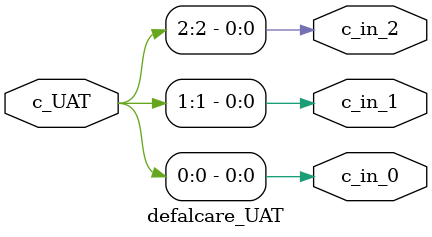
<source format=v>
`timescale 1ns / 1ps


module defalcare_UAT(c_UAT, c_in_0, c_in_1, c_in_2);

    input [3:0] c_UAT;
    output c_in_0, c_in_1, c_in_2;
    
    assign c_in_0 = c_UAT[0];
    assign c_in_1 = c_UAT[1];
    assign c_in_2 = c_UAT[2];
    
endmodule

</source>
